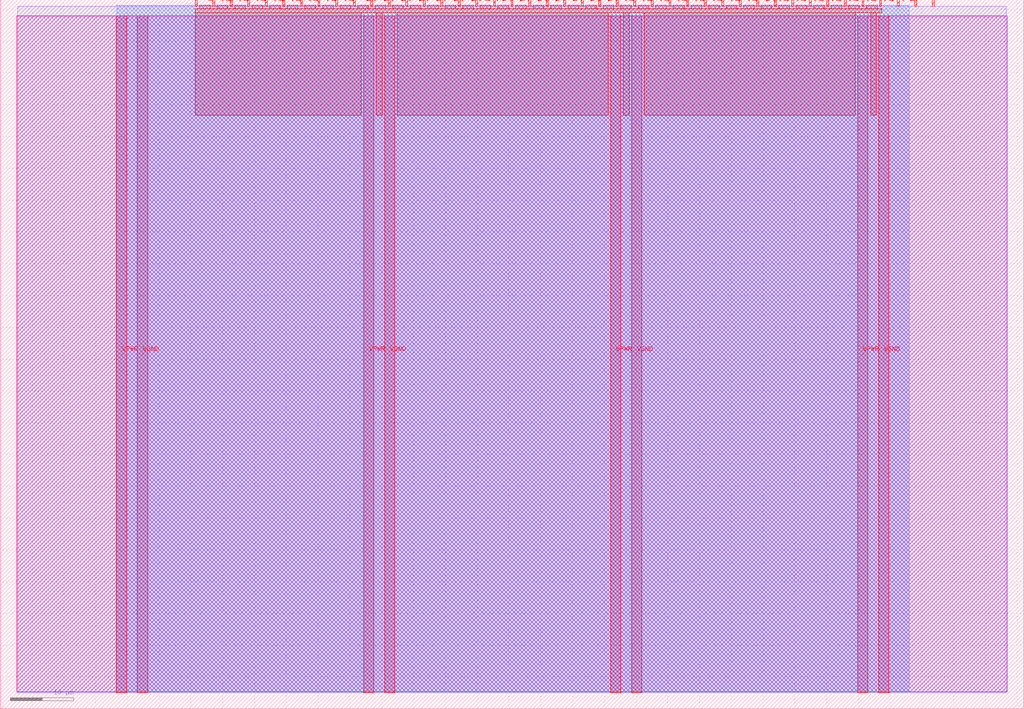
<source format=lef>
VERSION 5.7 ;
  NOWIREEXTENSIONATPIN ON ;
  DIVIDERCHAR "/" ;
  BUSBITCHARS "[]" ;
MACRO tt_um_prefix8
  CLASS BLOCK ;
  FOREIGN tt_um_prefix8 ;
  ORIGIN 0.000 0.000 ;
  SIZE 161.000 BY 111.520 ;
  PIN VGND
    DIRECTION INOUT ;
    USE GROUND ;
    PORT
      LAYER met4 ;
        RECT 21.580 2.480 23.180 109.040 ;
    END
    PORT
      LAYER met4 ;
        RECT 60.450 2.480 62.050 109.040 ;
    END
    PORT
      LAYER met4 ;
        RECT 99.320 2.480 100.920 109.040 ;
    END
    PORT
      LAYER met4 ;
        RECT 138.190 2.480 139.790 109.040 ;
    END
  END VGND
  PIN VPWR
    DIRECTION INOUT ;
    USE POWER ;
    PORT
      LAYER met4 ;
        RECT 18.280 2.480 19.880 109.040 ;
    END
    PORT
      LAYER met4 ;
        RECT 57.150 2.480 58.750 109.040 ;
    END
    PORT
      LAYER met4 ;
        RECT 96.020 2.480 97.620 109.040 ;
    END
    PORT
      LAYER met4 ;
        RECT 134.890 2.480 136.490 109.040 ;
    END
  END VPWR
  PIN clk
    DIRECTION INPUT ;
    USE SIGNAL ;
    PORT
      LAYER met4 ;
        RECT 143.830 110.520 144.130 111.520 ;
    END
  END clk
  PIN ena
    DIRECTION INPUT ;
    USE SIGNAL ;
    PORT
      LAYER met4 ;
        RECT 146.590 110.520 146.890 111.520 ;
    END
  END ena
  PIN rst_n
    DIRECTION INPUT ;
    USE SIGNAL ;
    PORT
      LAYER met4 ;
        RECT 141.070 110.520 141.370 111.520 ;
    END
  END rst_n
  PIN ui_in[0]
    DIRECTION INPUT ;
    USE SIGNAL ;
    ANTENNAGATEAREA 0.196500 ;
    PORT
      LAYER met4 ;
        RECT 138.310 110.520 138.610 111.520 ;
    END
  END ui_in[0]
  PIN ui_in[1]
    DIRECTION INPUT ;
    USE SIGNAL ;
    ANTENNAGATEAREA 0.196500 ;
    PORT
      LAYER met4 ;
        RECT 135.550 110.520 135.850 111.520 ;
    END
  END ui_in[1]
  PIN ui_in[2]
    DIRECTION INPUT ;
    USE SIGNAL ;
    ANTENNAGATEAREA 0.196500 ;
    PORT
      LAYER met4 ;
        RECT 132.790 110.520 133.090 111.520 ;
    END
  END ui_in[2]
  PIN ui_in[3]
    DIRECTION INPUT ;
    USE SIGNAL ;
    ANTENNAGATEAREA 0.196500 ;
    PORT
      LAYER met4 ;
        RECT 130.030 110.520 130.330 111.520 ;
    END
  END ui_in[3]
  PIN ui_in[4]
    DIRECTION INPUT ;
    USE SIGNAL ;
    ANTENNAGATEAREA 0.196500 ;
    PORT
      LAYER met4 ;
        RECT 127.270 110.520 127.570 111.520 ;
    END
  END ui_in[4]
  PIN ui_in[5]
    DIRECTION INPUT ;
    USE SIGNAL ;
    ANTENNAGATEAREA 0.196500 ;
    PORT
      LAYER met4 ;
        RECT 124.510 110.520 124.810 111.520 ;
    END
  END ui_in[5]
  PIN ui_in[6]
    DIRECTION INPUT ;
    USE SIGNAL ;
    ANTENNAGATEAREA 0.196500 ;
    PORT
      LAYER met4 ;
        RECT 121.750 110.520 122.050 111.520 ;
    END
  END ui_in[6]
  PIN ui_in[7]
    DIRECTION INPUT ;
    USE SIGNAL ;
    ANTENNAGATEAREA 0.196500 ;
    PORT
      LAYER met4 ;
        RECT 118.990 110.520 119.290 111.520 ;
    END
  END ui_in[7]
  PIN uio_in[0]
    DIRECTION INPUT ;
    USE SIGNAL ;
    ANTENNAGATEAREA 0.196500 ;
    PORT
      LAYER met4 ;
        RECT 116.230 110.520 116.530 111.520 ;
    END
  END uio_in[0]
  PIN uio_in[1]
    DIRECTION INPUT ;
    USE SIGNAL ;
    ANTENNAGATEAREA 0.196500 ;
    PORT
      LAYER met4 ;
        RECT 113.470 110.520 113.770 111.520 ;
    END
  END uio_in[1]
  PIN uio_in[2]
    DIRECTION INPUT ;
    USE SIGNAL ;
    ANTENNAGATEAREA 0.196500 ;
    PORT
      LAYER met4 ;
        RECT 110.710 110.520 111.010 111.520 ;
    END
  END uio_in[2]
  PIN uio_in[3]
    DIRECTION INPUT ;
    USE SIGNAL ;
    ANTENNAGATEAREA 0.196500 ;
    PORT
      LAYER met4 ;
        RECT 107.950 110.520 108.250 111.520 ;
    END
  END uio_in[3]
  PIN uio_in[4]
    DIRECTION INPUT ;
    USE SIGNAL ;
    ANTENNAGATEAREA 0.196500 ;
    PORT
      LAYER met4 ;
        RECT 105.190 110.520 105.490 111.520 ;
    END
  END uio_in[4]
  PIN uio_in[5]
    DIRECTION INPUT ;
    USE SIGNAL ;
    ANTENNAGATEAREA 0.196500 ;
    PORT
      LAYER met4 ;
        RECT 102.430 110.520 102.730 111.520 ;
    END
  END uio_in[5]
  PIN uio_in[6]
    DIRECTION INPUT ;
    USE SIGNAL ;
    ANTENNAGATEAREA 0.196500 ;
    PORT
      LAYER met4 ;
        RECT 99.670 110.520 99.970 111.520 ;
    END
  END uio_in[6]
  PIN uio_in[7]
    DIRECTION INPUT ;
    USE SIGNAL ;
    ANTENNAGATEAREA 0.196500 ;
    PORT
      LAYER met4 ;
        RECT 96.910 110.520 97.210 111.520 ;
    END
  END uio_in[7]
  PIN uio_oe[0]
    DIRECTION OUTPUT ;
    USE SIGNAL ;
    PORT
      LAYER met4 ;
        RECT 49.990 110.520 50.290 111.520 ;
    END
  END uio_oe[0]
  PIN uio_oe[1]
    DIRECTION OUTPUT ;
    USE SIGNAL ;
    PORT
      LAYER met4 ;
        RECT 47.230 110.520 47.530 111.520 ;
    END
  END uio_oe[1]
  PIN uio_oe[2]
    DIRECTION OUTPUT ;
    USE SIGNAL ;
    PORT
      LAYER met4 ;
        RECT 44.470 110.520 44.770 111.520 ;
    END
  END uio_oe[2]
  PIN uio_oe[3]
    DIRECTION OUTPUT ;
    USE SIGNAL ;
    PORT
      LAYER met4 ;
        RECT 41.710 110.520 42.010 111.520 ;
    END
  END uio_oe[3]
  PIN uio_oe[4]
    DIRECTION OUTPUT ;
    USE SIGNAL ;
    PORT
      LAYER met4 ;
        RECT 38.950 110.520 39.250 111.520 ;
    END
  END uio_oe[4]
  PIN uio_oe[5]
    DIRECTION OUTPUT ;
    USE SIGNAL ;
    PORT
      LAYER met4 ;
        RECT 36.190 110.520 36.490 111.520 ;
    END
  END uio_oe[5]
  PIN uio_oe[6]
    DIRECTION OUTPUT ;
    USE SIGNAL ;
    PORT
      LAYER met4 ;
        RECT 33.430 110.520 33.730 111.520 ;
    END
  END uio_oe[6]
  PIN uio_oe[7]
    DIRECTION OUTPUT ;
    USE SIGNAL ;
    PORT
      LAYER met4 ;
        RECT 30.670 110.520 30.970 111.520 ;
    END
  END uio_oe[7]
  PIN uio_out[0]
    DIRECTION OUTPUT ;
    USE SIGNAL ;
    PORT
      LAYER met4 ;
        RECT 72.070 110.520 72.370 111.520 ;
    END
  END uio_out[0]
  PIN uio_out[1]
    DIRECTION OUTPUT ;
    USE SIGNAL ;
    PORT
      LAYER met4 ;
        RECT 69.310 110.520 69.610 111.520 ;
    END
  END uio_out[1]
  PIN uio_out[2]
    DIRECTION OUTPUT ;
    USE SIGNAL ;
    PORT
      LAYER met4 ;
        RECT 66.550 110.520 66.850 111.520 ;
    END
  END uio_out[2]
  PIN uio_out[3]
    DIRECTION OUTPUT ;
    USE SIGNAL ;
    PORT
      LAYER met4 ;
        RECT 63.790 110.520 64.090 111.520 ;
    END
  END uio_out[3]
  PIN uio_out[4]
    DIRECTION OUTPUT ;
    USE SIGNAL ;
    PORT
      LAYER met4 ;
        RECT 61.030 110.520 61.330 111.520 ;
    END
  END uio_out[4]
  PIN uio_out[5]
    DIRECTION OUTPUT ;
    USE SIGNAL ;
    PORT
      LAYER met4 ;
        RECT 58.270 110.520 58.570 111.520 ;
    END
  END uio_out[5]
  PIN uio_out[6]
    DIRECTION OUTPUT ;
    USE SIGNAL ;
    PORT
      LAYER met4 ;
        RECT 55.510 110.520 55.810 111.520 ;
    END
  END uio_out[6]
  PIN uio_out[7]
    DIRECTION OUTPUT ;
    USE SIGNAL ;
    PORT
      LAYER met4 ;
        RECT 52.750 110.520 53.050 111.520 ;
    END
  END uio_out[7]
  PIN uo_out[0]
    DIRECTION OUTPUT ;
    USE SIGNAL ;
    ANTENNADIFFAREA 0.795200 ;
    PORT
      LAYER met4 ;
        RECT 94.150 110.520 94.450 111.520 ;
    END
  END uo_out[0]
  PIN uo_out[1]
    DIRECTION OUTPUT ;
    USE SIGNAL ;
    ANTENNADIFFAREA 0.795200 ;
    PORT
      LAYER met4 ;
        RECT 91.390 110.520 91.690 111.520 ;
    END
  END uo_out[1]
  PIN uo_out[2]
    DIRECTION OUTPUT ;
    USE SIGNAL ;
    ANTENNADIFFAREA 0.795200 ;
    PORT
      LAYER met4 ;
        RECT 88.630 110.520 88.930 111.520 ;
    END
  END uo_out[2]
  PIN uo_out[3]
    DIRECTION OUTPUT ;
    USE SIGNAL ;
    ANTENNADIFFAREA 0.445500 ;
    PORT
      LAYER met4 ;
        RECT 85.870 110.520 86.170 111.520 ;
    END
  END uo_out[3]
  PIN uo_out[4]
    DIRECTION OUTPUT ;
    USE SIGNAL ;
    ANTENNADIFFAREA 0.445500 ;
    PORT
      LAYER met4 ;
        RECT 83.110 110.520 83.410 111.520 ;
    END
  END uo_out[4]
  PIN uo_out[5]
    DIRECTION OUTPUT ;
    USE SIGNAL ;
    ANTENNADIFFAREA 0.795200 ;
    PORT
      LAYER met4 ;
        RECT 80.350 110.520 80.650 111.520 ;
    END
  END uo_out[5]
  PIN uo_out[6]
    DIRECTION OUTPUT ;
    USE SIGNAL ;
    ANTENNADIFFAREA 0.445500 ;
    PORT
      LAYER met4 ;
        RECT 77.590 110.520 77.890 111.520 ;
    END
  END uo_out[6]
  PIN uo_out[7]
    DIRECTION OUTPUT ;
    USE SIGNAL ;
    ANTENNADIFFAREA 0.445500 ;
    PORT
      LAYER met4 ;
        RECT 74.830 110.520 75.130 111.520 ;
    END
  END uo_out[7]
  OBS
      LAYER nwell ;
        RECT 2.570 2.635 158.430 108.990 ;
      LAYER li1 ;
        RECT 2.760 2.635 158.240 108.885 ;
      LAYER met1 ;
        RECT 2.760 2.480 158.240 110.460 ;
      LAYER met2 ;
        RECT 18.310 2.535 142.970 110.685 ;
      LAYER met3 ;
        RECT 18.290 2.555 142.995 110.665 ;
      LAYER met4 ;
        RECT 31.370 110.120 33.030 110.665 ;
        RECT 34.130 110.120 35.790 110.665 ;
        RECT 36.890 110.120 38.550 110.665 ;
        RECT 39.650 110.120 41.310 110.665 ;
        RECT 42.410 110.120 44.070 110.665 ;
        RECT 45.170 110.120 46.830 110.665 ;
        RECT 47.930 110.120 49.590 110.665 ;
        RECT 50.690 110.120 52.350 110.665 ;
        RECT 53.450 110.120 55.110 110.665 ;
        RECT 56.210 110.120 57.870 110.665 ;
        RECT 58.970 110.120 60.630 110.665 ;
        RECT 61.730 110.120 63.390 110.665 ;
        RECT 64.490 110.120 66.150 110.665 ;
        RECT 67.250 110.120 68.910 110.665 ;
        RECT 70.010 110.120 71.670 110.665 ;
        RECT 72.770 110.120 74.430 110.665 ;
        RECT 75.530 110.120 77.190 110.665 ;
        RECT 78.290 110.120 79.950 110.665 ;
        RECT 81.050 110.120 82.710 110.665 ;
        RECT 83.810 110.120 85.470 110.665 ;
        RECT 86.570 110.120 88.230 110.665 ;
        RECT 89.330 110.120 90.990 110.665 ;
        RECT 92.090 110.120 93.750 110.665 ;
        RECT 94.850 110.120 96.510 110.665 ;
        RECT 97.610 110.120 99.270 110.665 ;
        RECT 100.370 110.120 102.030 110.665 ;
        RECT 103.130 110.120 104.790 110.665 ;
        RECT 105.890 110.120 107.550 110.665 ;
        RECT 108.650 110.120 110.310 110.665 ;
        RECT 111.410 110.120 113.070 110.665 ;
        RECT 114.170 110.120 115.830 110.665 ;
        RECT 116.930 110.120 118.590 110.665 ;
        RECT 119.690 110.120 121.350 110.665 ;
        RECT 122.450 110.120 124.110 110.665 ;
        RECT 125.210 110.120 126.870 110.665 ;
        RECT 127.970 110.120 129.630 110.665 ;
        RECT 130.730 110.120 132.390 110.665 ;
        RECT 133.490 110.120 135.150 110.665 ;
        RECT 136.250 110.120 137.910 110.665 ;
        RECT 30.655 109.440 138.625 110.120 ;
        RECT 30.655 93.335 56.750 109.440 ;
        RECT 59.150 93.335 60.050 109.440 ;
        RECT 62.450 93.335 95.620 109.440 ;
        RECT 98.020 93.335 98.920 109.440 ;
        RECT 101.320 93.335 134.490 109.440 ;
        RECT 136.890 93.335 137.790 109.440 ;
  END
END tt_um_prefix8
END LIBRARY


</source>
